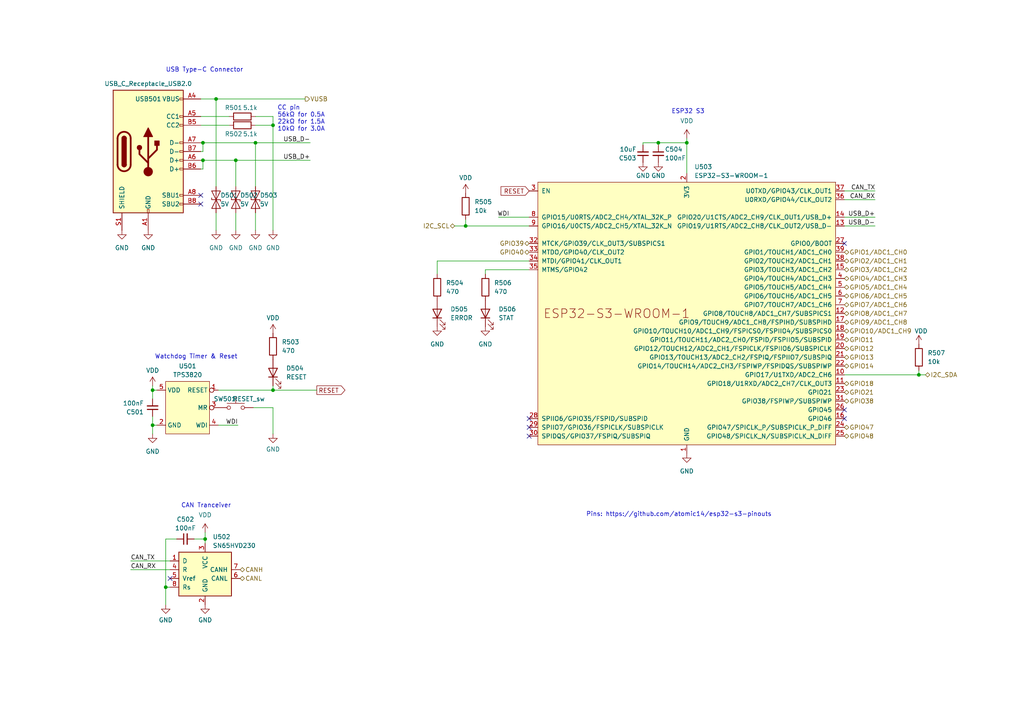
<source format=kicad_sch>
(kicad_sch (version 20231120) (generator "eeschema") (generator_version "8.0")
  (paper "A4")
  (lib_symbols
    (symbol "Connector:USB_C_Receptacle_USB2.0" (pin_names (offset 1.016))
      (property "Reference" "J" (at -10.16 19.05 0))
      (property "Value" "USB_C_Receptacle_USB2.0" (at 19.05 19.05 0))
      (symbol "USB_C_Receptacle_USB2.0_0_0"
        (rectangle (start -0.254 -17.78) (end 0.254 -16.764))
        (rectangle (start 10.16 -14.986) (end 9.144 -15.494))
        (rectangle (start 10.16 -12.446) (end 9.144 -12.954))
        (rectangle (start 10.16 -4.826) (end 9.144 -5.334))
        (rectangle (start 10.16 -2.286) (end 9.144 -2.794))
        (rectangle (start 10.16 0.254) (end 9.144 -0.254))
        (rectangle (start 10.16 2.794) (end 9.144 2.286))
        (rectangle (start 10.16 7.874) (end 9.144 7.366))
        (rectangle (start 10.16 10.414) (end 9.144 9.906))
        (rectangle (start 10.16 15.494) (end 9.144 14.986))
      )
      (symbol "USB_C_Receptacle_USB2.0_0_1"
        (rectangle (start -10.16 17.78) (end 10.16 -17.78) (stroke (width 0.254)) (fill (type background)))
        (arc (start -8.89 -3.81) (mid -6.985 -5.7067) (end -5.08 -3.81) (stroke (width 0.508)))
        (arc (start -7.62 -3.81) (mid -6.985 -4.4423) (end -6.35 -3.81) (stroke (width 0.254)))
        (arc (start -7.62 -3.81) (mid -6.985 -4.4423) (end -6.35 -3.81) (stroke (width 0.254)) (fill (type outline)))
        (rectangle (start -7.62 -3.81) (end -6.35 3.81) (stroke (width 0.254)) (fill (type outline)))
        (arc (start -6.35 3.81) (mid -6.985 4.4423) (end -7.62 3.81) (stroke (width 0.254)))
        (arc (start -6.35 3.81) (mid -6.985 4.4423) (end -7.62 3.81) (stroke (width 0.254)) (fill (type outline)))
        (arc (start -5.08 3.81) (mid -6.985 5.7067) (end -8.89 3.81) (stroke (width 0.508)))
        (circle (center -2.54 1.143) (radius 0.635) (stroke (width 0.254)) (fill (type outline)))
        (circle (center 0 -5.842) (radius 1.27) (fill (type outline)))
        (polyline (pts (xy -8.89 -3.81) (xy -8.89 3.81)) (stroke (width 0.508)))
        (polyline (pts (xy -5.08 3.81) (xy -5.08 -3.81)) (stroke (width 0.508)))
        (polyline (pts (xy 0 -5.842) (xy 0 4.318)) (stroke (width 0.508)))
        (polyline (pts (xy 0 -3.302) (xy -2.54 -0.762) (xy -2.54 0.508)) (stroke (width 0.508)))
        (polyline (pts (xy 0 -2.032) (xy 2.54 0.508) (xy 2.54 1.778)) (stroke (width 0.508)))
        (polyline (pts (xy -1.27 4.318) (xy 0 6.858) (xy 1.27 4.318) (xy -1.27 4.318)) (stroke (width 0.254)) (fill (type outline)))
        (rectangle (start 1.905 1.778) (end 3.175 3.048) (stroke (width 0.254)) (fill (type outline)))
      )
      (symbol "USB_C_Receptacle_USB2.0_1_1"
        (pin passive line (at 0 -22.86 90) (length 5.08) (name "GND") (number "A1"))
        (pin passive line (at 0 -22.86 90) (length 5.08) hide (name "GND") (number "A12"))
        (pin passive line (at 15.24 15.24 180) (length 5.08) (name "VBUS") (number "A4"))
        (pin bidirectional line (at 15.24 10.16 180) (length 5.08) (name "CC1") (number "A5"))
        (pin bidirectional line (at 15.24 -2.54 180) (length 5.08) (name "D+") (number "A6"))
        (pin bidirectional line (at 15.24 2.54 180) (length 5.08) (name "D-") (number "A7"))
        (pin bidirectional line (at 15.24 -12.7 180) (length 5.08) (name "SBU1") (number "A8"))
        (pin passive line (at 15.24 15.24 180) (length 5.08) hide (name "VBUS") (number "A9"))
        (pin passive line (at 0 -22.86 90) (length 5.08) hide (name "GND") (number "B1"))
        (pin passive line (at 0 -22.86 90) (length 5.08) hide (name "GND") (number "B12"))
        (pin passive line (at 15.24 15.24 180) (length 5.08) hide (name "VBUS") (number "B4"))
        (pin bidirectional line (at 15.24 7.62 180) (length 5.08) (name "CC2") (number "B5"))
        (pin bidirectional line (at 15.24 -5.08 180) (length 5.08) (name "D+") (number "B6"))
        (pin bidirectional line (at 15.24 0 180) (length 5.08) (name "D-") (number "B7"))
        (pin bidirectional line (at 15.24 -15.24 180) (length 5.08) (name "SBU2") (number "B8"))
        (pin passive line (at 15.24 15.24 180) (length 5.08) hide (name "VBUS") (number "B9"))
        (pin passive line (at -7.62 -22.86 90) (length 5.08) (name "SHIELD") (number "S1"))
      )
    )
    (symbol "Device:C_Small" (pin_numbers hide) (pin_names (offset 0.254) hide)
      (property "Reference" "C" (at 0.254 1.778 0))
      (property "Value" "C_Small" (at 0.254 -2.032 0))
      (symbol "C_Small_0_1"
        (polyline (pts (xy -1.524 -0.508) (xy 1.524 -0.508)) (stroke (width 0.3302)))
        (polyline (pts (xy -1.524 0.508) (xy 1.524 0.508)) (stroke (width 0.3048)))
      )
      (symbol "C_Small_1_1"
        (pin passive line (at 0 2.54 270) (length 2.032) (name "~") (number "1"))
        (pin passive line (at 0 -2.54 90) (length 2.032) (name "~") (number "2"))
      )
    )
    (symbol "Device:LED" (pin_numbers hide) (pin_names (offset 1.016) hide)
      (property "Reference" "D" (at 0 2.54 0))
      (property "Value" "LED" (at 0 -2.54 0))
      (symbol "LED_0_1"
        (polyline (pts (xy -1.27 -1.27) (xy -1.27 1.27)) (stroke (width 0.254)))
        (polyline (pts (xy -1.27 0) (xy 1.27 0)))
        (polyline (pts (xy 1.27 -1.27) (xy 1.27 1.27) (xy -1.27 0) (xy 1.27 -1.27)) (stroke (width 0.254)))
        (polyline (pts (xy -3.048 -0.762) (xy -4.572 -2.286) (xy -3.81 -2.286) (xy -4.572 -2.286) (xy -4.572 -1.524)))
        (polyline (pts (xy -1.778 -0.762) (xy -3.302 -2.286) (xy -2.54 -2.286) (xy -3.302 -2.286) (xy -3.302 -1.524)))
      )
      (symbol "LED_1_1"
        (pin passive line (at -3.81 0 0) (length 2.54) (name "K") (number "1"))
        (pin passive line (at 3.81 0 180) (length 2.54) (name "A") (number "2"))
      )
    )
    (symbol "Device:R" (pin_numbers hide) (pin_names (offset 0))
      (property "Reference" "R" (at 2.032 0 90))
      (property "Value" "R" (at 0 0 90))
      (symbol "R_0_1"
        (rectangle (start -1.016 -2.54) (end 1.016 2.54) (stroke (width 0.254)))
      )
      (symbol "R_1_1"
        (pin passive line (at 0 3.81 270) (length 1.27) (name "~") (number "1"))
        (pin passive line (at 0 -3.81 90) (length 1.27) (name "~") (number "2"))
      )
    )
    (symbol "Diode:ESD9B5.0ST5G" (pin_numbers hide) (pin_names (offset 1.016) hide)
      (property "Reference" "D" (at 0 2.54 0))
      (property "Value" "ESD9B5.0ST5G" (at 0 -2.54 0))
      (symbol "ESD9B5.0ST5G_0_1"
        (polyline (pts (xy 1.27 0) (xy -1.27 0)))
        (polyline (pts (xy -2.54 -1.27) (xy 0 0) (xy -2.54 1.27) (xy -2.54 -1.27)) (stroke (width 0.2032)))
        (polyline (pts (xy 0.508 1.27) (xy 0 1.27) (xy 0 -1.27) (xy -0.508 -1.27)) (stroke (width 0.2032)))
        (polyline (pts (xy 2.54 1.27) (xy 2.54 -1.27) (xy 0 0) (xy 2.54 1.27)) (stroke (width 0.2032)))
      )
      (symbol "ESD9B5.0ST5G_1_1"
        (pin passive line (at -3.81 0 0) (length 2.54) (name "A1") (number "1"))
        (pin passive line (at 3.81 0 180) (length 2.54) (name "A2") (number "2"))
      )
    )
    (symbol "Interface_CAN_LIN:SN65HVD230" (pin_names (offset 1.016))
      (property "Reference" "U" (at -2.54 10.16 0))
      (property "Value" "SN65HVD230" (at -2.54 7.62 0))
      (symbol "SN65HVD230_0_1"
        (rectangle (start -7.62 5.08) (end 7.62 -7.62) (stroke (width 0.254)) (fill (type background)))
      )
      (symbol "SN65HVD230_1_1"
        (pin input line (at -10.16 2.54 0) (length 2.54) (name "D") (number "1"))
        (pin power_in line (at 0 -10.16 90) (length 2.54) (name "GND") (number "2"))
        (pin power_in line (at 0 7.62 270) (length 2.54) (name "VCC") (number "3"))
        (pin output line (at -10.16 0 0) (length 2.54) (name "R") (number "4"))
        (pin output line (at -10.16 -2.54 0) (length 2.54) (name "Vref") (number "5"))
        (pin bidirectional line (at 10.16 -2.54 180) (length 2.54) (name "CANL") (number "6"))
        (pin bidirectional line (at 10.16 0 180) (length 2.54) (name "CANH") (number "7"))
        (pin input line (at -10.16 -5.08 0) (length 2.54) (name "Rs") (number "8"))
      )
    )
    (symbol "PCM_Espressif:ESP32-S3-WROOM-1" (pin_names (offset 1.016))
      (property "Reference" "U" (at -43.18 43.18 0))
      (property "Value" "ESP32-S3-WROOM-1" (at -43.18 40.64 0))
      (symbol "ESP32-S3-WROOM-1_0_0"
        (text "ESP32-S3-WROOM-1" (at -20.32 0 0) (effects (font (size 2.54 2.54))))
        (pin power_in line (at 0 -40.64 90) (length 2.54) (name "GND") (number "1"))
        (pin bidirectional line (at 45.72 -17.78 180) (length 2.54) (name "GPIO17/U1TXD/ADC2_CH6") (number "10"))
        (pin bidirectional line (at 45.72 -20.32 180) (length 2.54) (name "GPIO18/U1RXD/ADC2_CH7/CLK_OUT3") (number "11"))
        (pin bidirectional line (at 45.72 0 180) (length 2.54) (name "GPIO8/TOUCH8/ADC1_CH7/SUBSPICS1") (number "12"))
        (pin bidirectional line (at 45.72 25.4 180) (length 2.54) (name "GPIO19/U1RTS/ADC2_CH8/CLK_OUT2/USB_D-") (number "13"))
        (pin bidirectional line (at 45.72 27.94 180) (length 2.54) (name "GPIO20/U1CTS/ADC2_CH9/CLK_OUT1/USB_D+") (number "14"))
        (pin bidirectional line (at 45.72 12.7 180) (length 2.54) (name "GPIO3/TOUCH3/ADC1_CH2") (number "15"))
        (pin bidirectional line (at 45.72 -30.48 180) (length 2.54) (name "GPIO46") (number "16"))
        (pin bidirectional line (at 45.72 -2.54 180) (length 2.54) (name "GPIO9/TOUCH9/ADC1_CH8/FSPIHD/SUBSPIHD") (number "17"))
        (pin bidirectional line (at 45.72 -5.08 180) (length 2.54) (name "GPIO10/TOUCH10/ADC1_CH9/FSPICS0/FSPIIO4/SUBSPICS0") (number "18"))
        (pin bidirectional line (at 45.72 -7.62 180) (length 2.54) (name "GPIO11/TOUCH11/ADC2_CH0/FSPID/FSPIIO5/SUBSPID") (number "19"))
        (pin power_in line (at 0 40.64 270) (length 2.54) (name "3V3") (number "2"))
        (pin bidirectional line (at 45.72 -10.16 180) (length 2.54) (name "GPIO12/TOUCH12/ADC2_CH1/FSPICLK/FSPIIO6/SUBSPICLK") (number "20"))
        (pin bidirectional line (at 45.72 -12.7 180) (length 2.54) (name "GPIO13/TOUCH13/ADC2_CH2/FSPIQ/FSPIIO7/SUBSPIQ") (number "21"))
        (pin bidirectional line (at 45.72 -15.24 180) (length 2.54) (name "GPIO14/TOUCH14/ADC2_CH3/FSPIWP/FSPIDQS/SUBSPIWP") (number "22"))
        (pin bidirectional line (at 45.72 -22.86 180) (length 2.54) (name "GPIO21") (number "23"))
        (pin bidirectional line (at 45.72 -33.02 180) (length 2.54) (name "GPIO47/SPICLK_P/SUBSPICLK_P_DIFF") (number "24"))
        (pin bidirectional line (at 45.72 -35.56 180) (length 2.54) (name "GPIO48/SPICLK_N/SUBSPICLK_N_DIFF") (number "25"))
        (pin bidirectional line (at 45.72 -27.94 180) (length 2.54) (name "GPIO45") (number "26"))
        (pin bidirectional line (at 45.72 20.32 180) (length 2.54) (name "GPIO0/BOOT") (number "27"))
        (pin bidirectional line (at -45.72 -30.48 0) (length 2.54) (name "SPIIO6/GPIO35/FSPID/SUBSPID") (number "28"))
        (pin bidirectional line (at -45.72 -33.02 0) (length 2.54) (name "SPIIO7/GPIO36/FSPICLK/SUBSPICLK") (number "29"))
        (pin input line (at -45.72 35.56 0) (length 2.54) (name "EN") (number "3"))
        (pin bidirectional line (at -45.72 -35.56 0) (length 2.54) (name "SPIDQS/GPIO37/FSPIQ/SUBSPIQ") (number "30"))
        (pin bidirectional line (at 45.72 -25.4 180) (length 2.54) (name "GPIO38/FSPIWP/SUBSPIWP") (number "31"))
        (pin bidirectional line (at -45.72 20.32 0) (length 2.54) (name "MTCK/GPIO39/CLK_OUT3/SUBSPICS1") (number "32"))
        (pin bidirectional line (at -45.72 17.78 0) (length 2.54) (name "MTDO/GPIO40/CLK_OUT2") (number "33"))
        (pin bidirectional line (at -45.72 15.24 0) (length 2.54) (name "MTDI/GPIO41/CLK_OUT1") (number "34"))
        (pin bidirectional line (at -45.72 12.7 0) (length 2.54) (name "MTMS/GPIO42") (number "35"))
        (pin bidirectional line (at 45.72 33.02 180) (length 2.54) (name "U0RXD/GPIO44/CLK_OUT2") (number "36"))
        (pin bidirectional line (at 45.72 35.56 180) (length 2.54) (name "U0TXD/GPIO43/CLK_OUT1") (number "37"))
        (pin bidirectional line (at 45.72 15.24 180) (length 2.54) (name "GPIO2/TOUCH2/ADC1_CH1") (number "38"))
        (pin bidirectional line (at 45.72 17.78 180) (length 2.54) (name "GPIO1/TOUCH1/ADC1_CH0") (number "39"))
        (pin bidirectional line (at 45.72 10.16 180) (length 2.54) (name "GPIO4/TOUCH4/ADC1_CH3") (number "4"))
        (pin passive line (at 0 -40.64 90) (length 2.54) hide (name "GND") (number "40"))
        (pin passive line (at 0 -40.64 90) (length 2.54) hide (name "GND") (number "41"))
        (pin bidirectional line (at 45.72 7.62 180) (length 2.54) (name "GPIO5/TOUCH5/ADC1_CH4") (number "5"))
        (pin bidirectional line (at 45.72 5.08 180) (length 2.54) (name "GPIO6/TOUCH6/ADC1_CH5") (number "6"))
        (pin bidirectional line (at 45.72 2.54 180) (length 2.54) (name "GPIO7/TOUCH7/ADC1_CH6") (number "7"))
        (pin bidirectional line (at -45.72 27.94 0) (length 2.54) (name "GPIO15/U0RTS/ADC2_CH4/XTAL_32K_P") (number "8"))
        (pin bidirectional line (at -45.72 25.4 0) (length 2.54) (name "GPIO16/U0CTS/ADC2_CH5/XTAL_32K_N") (number "9"))
      )
      (symbol "ESP32-S3-WROOM-1_0_1"
        (rectangle (start -43.18 38.1) (end 43.18 -38.1) (fill (type background)))
      )
    )
    (symbol "Switch:SW_Push" (pin_numbers hide) (pin_names (offset 1.016) hide)
      (property "Reference" "SW" (at 1.27 2.54 0))
      (property "Value" "SW_Push" (at 0 -1.524 0))
      (symbol "SW_Push_0_1"
        (circle (center -2.032 0) (radius 0.508))
        (polyline (pts (xy 0 1.27) (xy 0 3.048)))
        (polyline (pts (xy 2.54 1.27) (xy -2.54 1.27)))
        (circle (center 2.032 0) (radius 0.508))
        (pin passive line (at -5.08 0 0) (length 2.54) (name "1") (number "1"))
        (pin passive line (at 5.08 0 180) (length 2.54) (name "2") (number "2"))
      )
    )
    (symbol "WOBCLibrary:TPS3820"
      (property "Reference" "U" (at 0 0 0))
      (property "Value" "TPS3820" (at 0 8.89 0))
      (symbol "TPS3820_1_1"
        (rectangle (start -6.35 7.62) (end 6.35 -7.62) (fill (type background)))
        (pin output inverted (at 8.89 5.08 180) (length 2.54) (name "RESET") (number "1"))
        (pin power_in line (at -8.89 -5.08 0) (length 2.54) (name "GND") (number "2"))
        (pin input inverted (at 8.89 0 180) (length 2.54) (name "MR") (number "3"))
        (pin input line (at 8.89 -5.08 180) (length 2.54) (name "WDI") (number "4"))
        (pin power_in line (at -8.89 5.08 0) (length 2.54) (name "VDD") (number "5"))
      )
    )
    (symbol "power:GND" (power) (pin_names (offset 0))
      (property "Value" "GND" (at 0 -3.81 0))
      (symbol "GND_0_1"
        (polyline (pts (xy 0 0) (xy 0 -1.27) (xy 1.27 -1.27) (xy 0 -2.54) (xy -1.27 -1.27) (xy 0 -1.27)))
      )
      (symbol "GND_1_1"
        (pin power_in line (at 0 0 270) (length 0) hide (name "GND") (number "1"))
      )
    )
    (symbol "power:VDD" (power) (pin_names (offset 0))
      (property "Value" "VDD" (at 0 3.81 0))
      (symbol "VDD_0_1"
        (polyline (pts (xy -0.762 1.27) (xy 0 2.54)))
        (polyline (pts (xy 0 0) (xy 0 2.54)))
        (polyline (pts (xy 0 2.54) (xy 0.762 1.27)))
      )
      (symbol "VDD_1_1"
        (pin power_in line (at 0 0 90) (length 0) hide (name "VDD") (number "1"))
      )
    )
  )
  (junction (at 190.9417 41.4079))
  (junction (at 58.8617 41.4079))
  (junction (at 135.0617 65.5379))
  (junction (at 59.4967 156.3429))
  (junction (at 68.3867 46.4879))
  (junction (at 48.0667 170.3129))
  (junction (at 74.1017 41.4079))
  (junction (at 79.1817 113.1629))
  (junction (at 199.1967 41.4079))
  (junction (at 62.6717 28.7079))
  (junction (at 44.2567 113.1629))
  (junction (at 44.2567 123.3229))
  (junction (at 266.5067 108.7179))
  (junction (at 79.1817 36.3279))
  (junction (at 58.8617 46.4879))
  (no_connect (at 244.9167 118.8779))
  (no_connect (at 244.9167 70.6179))
  (no_connect (at 153.4767 126.4979))
  (no_connect (at 244.9167 121.4179))
  (no_connect (at 58.2267 59.1879))
  (no_connect (at 49.3367 167.7729))
  (no_connect (at 153.4767 123.9579))
  (no_connect (at 153.4767 121.4179))
  (no_connect (at 58.2267 56.6479))
  (wire (pts (xy 59.4967 154.4379) (xy 59.4967 156.3429)))
  (wire (pts (xy 79.1817 33.7879) (xy 79.1817 36.3279)))
  (wire (pts (xy 73.4667 118.2429) (xy 79.1817 118.2429)))
  (wire (pts (xy 58.2267 41.4079) (xy 58.8617 41.4079)))
  (wire (pts (xy 268.4117 108.7179) (xy 266.5067 108.7179)))
  (wire (pts (xy 74.1017 41.4079) (xy 89.9767 41.4079)))
  (wire (pts (xy 266.5067 107.4479) (xy 266.5067 108.7179)))
  (wire (pts (xy 140.7767 78.2379) (xy 153.4767 78.2379)))
  (wire (pts (xy 37.9067 162.6929) (xy 49.3367 162.6929)))
  (wire (pts (xy 91.8817 113.1629) (xy 79.1817 113.1629)))
  (wire (pts (xy 62.6717 66.8079) (xy 62.6717 61.7279)))
  (wire (pts (xy 48.0667 170.3129) (xy 49.3367 170.3129)))
  (wire (pts (xy 199.1967 41.4079) (xy 190.9417 41.4079)))
  (wire (pts (xy 44.2567 123.3229) (xy 45.5267 123.3229)))
  (wire (pts (xy 58.2267 49.0279) (xy 58.8617 49.0279)))
  (wire (pts (xy 58.8617 41.4079) (xy 74.1017 41.4079)))
  (wire (pts (xy 66.4817 36.3279) (xy 58.2267 36.3279)))
  (wire (pts (xy 44.2567 113.1629) (xy 45.5267 113.1629)))
  (wire (pts (xy 62.6717 28.7079) (xy 88.5089 28.7079)))
  (wire (pts (xy 135.0617 65.5379) (xy 153.4767 65.5379)))
  (wire (pts (xy 68.3867 66.8079) (xy 68.3867 61.7279)))
  (wire (pts (xy 140.7767 79.5079) (xy 140.7767 78.2379)))
  (wire (pts (xy 186.4967 41.4079) (xy 190.9417 41.4079)))
  (wire (pts (xy 62.6717 28.7079) (xy 58.2267 28.7079)))
  (wire (pts (xy 56.3217 156.3429) (xy 59.4967 156.3429)))
  (wire (pts (xy 58.8617 43.9479) (xy 58.8617 41.4079)))
  (wire (pts (xy 44.2567 111.8929) (xy 44.2567 113.1629)))
  (wire (pts (xy 44.2567 120.7829) (xy 44.2567 123.3229)))
  (wire (pts (xy 135.0617 63.6329) (xy 135.0617 65.5379)))
  (wire (pts (xy 48.0667 170.3129) (xy 48.0667 156.3429)))
  (wire (pts (xy 126.8067 75.6979) (xy 126.8067 79.5079)))
  (wire (pts (xy 58.2267 43.9479) (xy 58.8617 43.9479)))
  (wire (pts (xy 58.8617 49.0279) (xy 58.8617 46.4879)))
  (wire (pts (xy 44.2567 125.8629) (xy 44.2567 123.3229)))
  (wire (pts (xy 62.6717 28.7079) (xy 62.6717 54.1079)))
  (wire (pts (xy 69.0217 123.3229) (xy 63.3067 123.3229)))
  (wire (pts (xy 74.1017 33.7879) (xy 79.1817 33.7879)))
  (wire (pts (xy 68.3867 46.4879) (xy 58.8617 46.4879)))
  (wire (pts (xy 79.1817 36.3279) (xy 79.1817 66.8079)))
  (wire (pts (xy 131.8867 65.5379) (xy 135.0617 65.5379)))
  (wire (pts (xy 48.0667 156.3429) (xy 51.2417 156.3429)))
  (wire (pts (xy 37.9067 165.2329) (xy 49.3367 165.2329)))
  (wire (pts (xy 59.4967 156.3429) (xy 59.4967 157.6129)))
  (wire (pts (xy 186.4967 42.0429) (xy 186.4967 41.4079)))
  (wire (pts (xy 48.0667 175.3929) (xy 48.0667 170.3129)))
  (wire (pts (xy 79.1817 118.2429) (xy 79.1817 125.8629)))
  (wire (pts (xy 68.3867 46.4879) (xy 68.3867 54.1079)))
  (wire (pts (xy 199.1967 40.1379) (xy 199.1967 41.4079)))
  (wire (pts (xy 266.5067 108.7179) (xy 244.9167 108.7179)))
  (wire (pts (xy 253.8067 57.9179) (xy 244.9167 57.9179)))
  (wire (pts (xy 144.5867 62.9979) (xy 153.4767 62.9979)))
  (wire (pts (xy 126.8067 75.6979) (xy 153.4767 75.6979)))
  (wire (pts (xy 244.9167 55.3779) (xy 253.8067 55.3779)))
  (wire (pts (xy 66.4817 33.7879) (xy 58.2267 33.7879)))
  (wire (pts (xy 199.1967 41.4079) (xy 199.1967 50.2979)))
  (wire (pts (xy 253.8067 65.5379) (xy 244.9167 65.5379)))
  (wire (pts (xy 190.9417 41.4079) (xy 190.9417 42.0429)))
  (wire (pts (xy 79.1817 111.8929) (xy 79.1817 113.1629)))
  (wire (pts (xy 253.8067 62.9979) (xy 244.9167 62.9979)))
  (wire (pts (xy 74.1017 41.4079) (xy 74.1017 54.1079)))
  (wire (pts (xy 44.2567 113.1629) (xy 44.2567 115.7029)))
  (wire (pts (xy 58.8617 46.4879) (xy 58.2267 46.4879)))
  (wire (pts (xy 74.1017 36.3279) (xy 79.1817 36.3279)))
  (wire (pts (xy 89.9767 46.4879) (xy 68.3867 46.4879)))
  (wire (pts (xy 74.1017 66.8079) (xy 74.1017 61.7279)))
  (wire (pts (xy 79.1817 113.1629) (xy 63.3067 113.1629)))
  (text "USB Type-C Connector" (at 48.0667 21.0879 0) (effects (font (size 1.27 1.27)) (justify left bottom)))
  (text "CC pin\n56kΩ for 0.5A\n22kΩ for 1.5A\n10kΩ for 3.0A" (at 80.4517 38.2329 0) (effects (font (size 1.27 1.27)) (justify left bottom)))
  (text "Watchdog Timer & Reset" (at 44.8917 104.2729 0) (effects (font (size 1.27 1.27)) (justify left bottom)))
  (text "ESP32 S3" (at 194.7517 33.1529 0) (effects (font (size 1.27 1.27)) (justify left bottom)))
  (text "Pins: https://github.com/atomic14/esp32-s3-pinouts" (at 169.9867 149.9929 0) (effects (font (size 1.27 1.27)) (justify left bottom)))
  (text "CAN Tranceiver" (at 52.5117 147.4529 0) (effects (font (size 1.27 1.27)) (justify left bottom)))
  (label "CAN_RX" (at 37.9067 165.2329 0))
  (label "CAN_TX" (at 37.9067 162.6929 0))
  (label "USB_D-" (at 253.8067 65.5379 180))
  (label "WDI" (at 147.7617 62.9979 180))
  (label "CAN_RX" (at 253.8067 57.9179 180))
  (label "CAN_TX" (at 246.8217 55.3779 0))
  (label "USB_D-" (at 89.9767 41.4079 180))
  (label "USB_D+" (at 253.8067 62.9979 180))
  (label "USB_D+" (at 89.9767 46.4879 180))
  (label "WDI" (at 69.0217 123.3229 180))
  (global_label "RESET" (shape output) (at 91.8817 113.1629 0) (property "Intersheetrefs" "${INTERSHEET_REFS}" (effects (hide yes))))
  (global_label "RESET" (shape input) (at 153.4767 55.3779 180) (property "Intersheetrefs" "${INTERSHEET_REFS}" (effects (hide yes))))
  (hierarchical_label "GPIO6{slash}ADC1_CH5" (shape bidirectional) (at 244.9167 85.8579 0))
  (hierarchical_label "CANL" (shape bidirectional) (at 69.6567 167.7729 0))
  (hierarchical_label "GPIO4{slash}ADC1_CH3" (shape bidirectional) (at 244.9167 80.7779 0))
  (hierarchical_label "GPIO8{slash}ADC1_CH7" (shape bidirectional) (at 244.9167 90.9379 0))
  (hierarchical_label "GPIO47" (shape bidirectional) (at 244.9167 123.9579 0))
  (hierarchical_label "GPIO21" (shape bidirectional) (at 244.9167 113.7979 0))
  (hierarchical_label "GPIO1{slash}ADC1_CH0" (shape bidirectional) (at 244.9167 73.1579 0))
  (hierarchical_label "GPIO18" (shape bidirectional) (at 244.9167 111.2579 0))
  (hierarchical_label "GPIO11" (shape bidirectional) (at 244.9167 98.5579 0))
  (hierarchical_label "I2C_SCL" (shape bidirectional) (at 131.8867 65.5379 180))
  (hierarchical_label "GPIO48" (shape bidirectional) (at 244.9167 126.4979 0))
  (hierarchical_label "I2C_SDA" (shape bidirectional) (at 268.4117 108.7179 0))
  (hierarchical_label "CANH" (shape bidirectional) (at 69.6567 165.2329 0))
  (hierarchical_label "GPIO39" (shape bidirectional) (at 153.4767 70.6179 180))
  (hierarchical_label "GPIO14" (shape bidirectional) (at 244.9167 106.1779 0))
  (hierarchical_label "GPIO12" (shape bidirectional) (at 244.9167 101.0979 0))
  (hierarchical_label "GPIO5{slash}ADC1_CH4" (shape bidirectional) (at 244.9167 83.3179 0))
  (hierarchical_label "GPIO7{slash}ADC1_CH6" (shape bidirectional) (at 244.9167 88.3979 0))
  (hierarchical_label "GPIO10{slash}ADC1_CH9" (shape bidirectional) (at 244.9167 96.0179 0))
  (hierarchical_label "VUSB" (shape output) (at 88.5089 28.7079 0))
  (hierarchical_label "GPIO40" (shape bidirectional) (at 153.4767 73.1579 180))
  (hierarchical_label "GPIO38" (shape bidirectional) (at 244.9167 116.3379 0))
  (hierarchical_label "GPIO2{slash}ADC1_CH1" (shape bidirectional) (at 244.9167 75.6979 0))
  (hierarchical_label "GPIO13" (shape bidirectional) (at 244.9167 103.6379 0))
  (hierarchical_label "GPIO9{slash}ADC1_CH8" (shape bidirectional) (at 244.9167 93.4779 0))
  (hierarchical_label "GPIO3{slash}ADC1_CH2" (shape bidirectional) (at 244.9167 78.2379 0))
  (symbol (lib_id "power:GND") (at 190.9417 47.1229 0) (unit 1)
    (property "Reference" "#PWR0518" (effects (hide yes)))
    (property "Value" "GND" (at 190.9417 50.9329 0))
  )
  (symbol (lib_id "power:GND") (at 59.4967 175.3929 0) (unit 1)
    (property "Reference" "#PWR0507" (effects (hide yes)))
    (property "Value" "GND" (at 59.4967 179.8379 0))
  )
  (symbol (lib_id "Device:R") (at 126.8067 83.3179 0) (unit 1)
    (property "Reference" "R504" (at 129.3467 82.0479 0) (effects (justify left)))
    (property "Value" "470" (at 129.3467 84.5879 0) (effects (justify left)))
    (property "Footprint" "Resistor_SMD:R_0402_1005Metric" (effects (hide yes)))
    (property "LCSC" "C25117" (effects (hide yes)))
  )
  (symbol (lib_id "Device:C_Small") (at 190.9417 44.5829 0) (unit 1)
    (property "Reference" "C504" (at 192.8467 43.3129 0) (effects (justify left)))
    (property "Value" "100nF" (at 192.8467 45.8529 0) (effects (justify left)))
    (property "Footprint" "Capacitor_SMD:C_0402_1005Metric" (effects (hide yes)))
    (property "LCSC" "C1525" (effects (hide yes)))
  )
  (symbol (lib_id "Device:R") (at 70.2917 33.7879 90) (unit 1)
    (property "Reference" "R501" (at 67.7517 31.2479 90))
    (property "Value" "5.1k" (at 72.5777 31.2479 90))
    (property "Footprint" "Resistor_SMD:R_0402_1005Metric" (effects (hide yes)))
    (property "LCSC" "C25905" (effects (hide yes)))
  )
  (symbol (lib_id "Device:LED") (at 79.1817 108.0829 90) (unit 1)
    (property "Reference" "D504" (at 82.9917 106.8129 90) (effects (justify right)))
    (property "Value" "RESET" (at 82.9917 109.3529 90) (effects (justify right)))
    (property "Footprint" "LED_SMD:LED_0805_2012Metric" (effects (hide yes)))
    (property "LCSC" "C2296" (effects (hide yes)))
  )
  (symbol (lib_id "power:GND") (at 79.1817 66.8079 0) (unit 1)
    (property "Reference" "#PWR0511" (effects (hide yes)))
    (property "Value" "GND" (at 79.1817 71.8879 0))
  )
  (symbol (lib_id "Device:R") (at 266.5067 103.6379 0) (unit 1)
    (property "Reference" "R507" (at 269.0467 102.3679 0) (effects (justify left)))
    (property "Value" "10k" (at 269.0467 104.9079 0) (effects (justify left)))
    (property "Footprint" "Resistor_SMD:R_0402_1005Metric" (effects (hide yes)))
    (property "LCSC" "C25744" (effects (hide yes)))
  )
  (symbol (lib_id "power:VDD") (at 79.1817 96.6529 0) (unit 1)
    (property "Reference" "#PWR0512" (effects (hide yes)))
    (property "Value" "VDD" (at 79.1817 92.2079 0))
  )
  (symbol (lib_id "power:GND") (at 42.9867 66.8079 0) (unit 1)
    (property "Reference" "#PWR0502" (effects (hide yes)))
    (property "Value" "GND" (at 42.9867 71.8879 0))
  )
  (symbol (lib_id "power:VDD") (at 59.4967 154.4379 0) (unit 1)
    (property "Reference" "#PWR0506" (effects (hide yes)))
    (property "Value" "VDD" (at 59.4967 149.3579 0))
  )
  (symbol (lib_id "power:GND") (at 62.6717 66.8079 0) (unit 1)
    (property "Reference" "#PWR0508" (effects (hide yes)))
    (property "Value" "GND" (at 62.6717 71.8879 0))
  )
  (symbol (lib_id "power:GND") (at 68.3867 66.8079 0) (unit 1)
    (property "Reference" "#PWR0509" (effects (hide yes)))
    (property "Value" "GND" (at 68.3867 71.8879 0))
  )
  (symbol (lib_id "WOBCLibrary:TPS3820") (at 54.4167 118.2429 0) (unit 1)
    (property "Reference" "U501" (at 54.4167 106.1779 0))
    (property "Value" "TPS3820" (at 54.4167 108.7179 0))
    (property "Footprint" "PCM_Package_TO_SOT_SMD_AKL:SOT-23-5" (effects (hide yes)))
    (property "LCSC" "C7719" (effects (hide yes)))
  )
  (symbol (lib_id "Diode:ESD9B5.0ST5G") (at 74.1017 57.9179 90) (unit 1)
    (property "Reference" "D503" (at 75.3717 56.6479 90) (effects (justify right)))
    (property "Value" "5V" (at 75.3717 59.1879 90) (effects (justify right)))
    (property "Footprint" "Diode_SMD:D_SOD-882" (effects (hide yes)))
    (property "Datasheet" "https://www.onsemi.com/pub/Collateral/ESD9B-D.PDF" (effects (hide yes)))
    (property "LCSC" "C7420372" (effects (hide yes)))
  )
  (symbol (lib_id "power:GND") (at 44.2567 125.8629 0) (unit 1)
    (property "Reference" "#PWR0504" (effects (hide yes)))
    (property "Value" "GND" (at 44.2567 130.9429 0))
  )
  (symbol (lib_id "power:GND") (at 199.1967 131.5779 0) (unit 1)
    (property "Reference" "#PWR0520" (effects (hide yes)))
    (property "Value" "GND" (at 199.1967 136.6579 0))
  )
  (symbol (lib_id "Device:LED") (at 126.8067 90.9379 90) (unit 1)
    (property "Reference" "D505" (at 130.6167 89.6679 90) (effects (justify right)))
    (property "Value" "ERROR" (at 130.6167 92.2079 90) (effects (justify right)))
    (property "Footprint" "LED_SMD:LED_0805_2012Metric" (effects (hide yes)))
    (property "LCSC" "C84256" (effects (hide yes)))
  )
  (symbol (lib_id "Device:R") (at 135.0617 59.8229 0) (unit 1)
    (property "Reference" "R505" (at 137.6017 58.5529 0) (effects (justify left)))
    (property "Value" "10k" (at 137.6017 61.0929 0) (effects (justify left)))
    (property "Footprint" "Resistor_SMD:R_0402_1005Metric" (effects (hide yes)))
    (property "LCSC" "C25744" (effects (hide yes)))
  )
  (symbol (lib_id "Diode:ESD9B5.0ST5G") (at 68.3867 57.9179 90) (unit 1)
    (property "Reference" "D502" (at 69.6567 56.6479 90) (effects (justify right)))
    (property "Value" "5V" (at 69.6567 59.1879 90) (effects (justify right)))
    (property "Footprint" "Diode_SMD:D_SOD-882" (effects (hide yes)))
    (property "Datasheet" "https://www.onsemi.com/pub/Collateral/ESD9B-D.PDF" (effects (hide yes)))
    (property "LCSC" "C7420372" (effects (hide yes)))
  )
  (symbol (lib_id "Device:R") (at 79.1817 100.4629 0) (unit 1)
    (property "Reference" "R503" (at 81.7217 99.1929 0) (effects (justify left)))
    (property "Value" "470" (at 81.7217 101.7329 0) (effects (justify left)))
    (property "Footprint" "Resistor_SMD:R_0402_1005Metric" (effects (hide yes)))
    (property "LCSC" "C25117" (effects (hide yes)))
  )
  (symbol (lib_id "Switch:SW_Push") (at 68.3867 118.2429 0) (unit 1)
    (property "Reference" "SW501" (at 65.2117 115.7029 0))
    (property "Value" "RESET_sw" (at 72.1967 115.7029 0))
    (property "Footprint" "WOBCLibrary:TVAF06-A020B-R" (effects (hide yes)))
  )
  (symbol (lib_id "Connector:USB_C_Receptacle_USB2.0") (at 42.9867 43.9479 0) (unit 1)
    (property "Reference" "USB501" (at 42.9867 28.7079 0))
    (property "Value" "USB_C_Receptacle_USB2.0" (at 42.9867 24.2629 0))
    (property "Footprint" "WOBCLibrary:USB_C_TYPEC-301S-ACP16X7" (effects (hide yes)))
    (property "Datasheet" "https://www.usb.org/sites/default/files/documents/usb_type-c.zip" (effects (hide yes)))
    (property "LCSC" "C2856766" (effects (hide yes)))
  )
  (symbol (lib_id "Device:R") (at 70.2917 36.3279 90) (unit 1)
    (property "Reference" "R502" (at 67.7517 38.8679 90))
    (property "Value" "5.1k" (at 72.5777 38.8679 90))
    (property "Footprint" "Resistor_SMD:R_0402_1005Metric" (effects (hide yes)))
    (property "LCSC" "C25905" (effects (hide yes)))
  )
  (symbol (lib_id "power:GND") (at 74.1017 66.8079 0) (unit 1)
    (property "Reference" "#PWR0510" (effects (hide yes)))
    (property "Value" "GND" (at 74.1017 71.8879 0))
  )
  (symbol (lib_id "power:GND") (at 35.3667 66.8079 0) (unit 1)
    (property "Reference" "#PWR0501" (effects (hide yes)))
    (property "Value" "GND" (at 35.3667 71.8879 0))
  )
  (symbol (lib_id "power:VDD") (at 135.0617 56.0129 0) (unit 1)
    (property "Reference" "#PWR0515" (effects (hide yes)))
    (property "Value" "VDD" (at 135.0617 51.5679 0))
  )
  (symbol (lib_id "power:GND") (at 79.1817 125.8629 0) (unit 1)
    (property "Reference" "#PWR0513" (effects (hide yes)))
    (property "Value" "GND" (at 79.1817 130.3079 0))
  )
  (symbol (lib_id "power:GND") (at 126.8067 94.7479 0) (unit 1)
    (property "Reference" "#PWR0514" (effects (hide yes)))
    (property "Value" "GND" (at 126.8067 99.8279 0))
  )
  (symbol (lib_id "power:VDD") (at 44.2567 111.8929 0) (unit 1)
    (property "Reference" "#PWR0503" (effects (hide yes)))
    (property "Value" "VDD" (at 44.2567 107.4479 0))
  )
  (symbol (lib_id "PCM_Espressif:ESP32-S3-WROOM-1") (at 199.1967 90.9379 0) (unit 1)
    (property "Reference" "U503" (at 201.3908 48.3929 0) (effects (justify left)))
    (property "Value" "ESP32-S3-WROOM-1" (at 201.3908 50.9329 0) (effects (justify left)))
    (property "Footprint" "RF_Module:ESP32-S3-WROOM-1" (effects (hide yes)))
    (property "Datasheet" "https://www.espressif.com/sites/default/files/documentation/esp32-s3-wroom-1_wroom-1u_datasheet_en.pdf" (effects (hide yes)))
  )
  (symbol (lib_id "Device:C_Small") (at 44.2567 118.2429 180) (unit 1)
    (property "Reference" "C501" (at 41.7167 119.5066 0) (effects (justify left)))
    (property "Value" "100nF" (at 41.7167 116.9666 0) (effects (justify left)))
    (property "Footprint" "Capacitor_SMD:C_0402_1005Metric" (effects (hide yes)))
    (property "LCSC" "C1525" (effects (hide yes)))
  )
  (symbol (lib_id "Interface_CAN_LIN:SN65HVD230") (at 59.4967 165.2329 0) (unit 1)
    (property "Reference" "U502" (at 61.6908 155.7079 0) (effects (justify left)))
    (property "Value" "SN65HVD230" (at 61.6908 158.2479 0) (effects (justify left)))
    (property "Footprint" "Package_SO:SOIC-8_3.9x4.9mm_P1.27mm" (effects (hide yes)))
    (property "Datasheet" "http://www.ti.com/lit/ds/symlink/sn65hvd230.pdf" (effects (hide yes)))
    (property "LCSC" "C12084" (effects (hide yes)))
  )
  (symbol (lib_id "power:GND") (at 186.4967 47.1229 0) (unit 1)
    (property "Reference" "#PWR0517" (effects (hide yes)))
    (property "Value" "GND" (at 186.4967 50.9329 0))
  )
  (symbol (lib_id "Device:C_Small") (at 53.7817 156.3429 90) (unit 1)
    (property "Reference" "C502" (at 53.7817 150.6279 90))
    (property "Value" "100nF" (at 53.7817 153.1679 90))
    (property "Footprint" "Capacitor_SMD:C_0402_1005Metric" (effects (hide yes)))
    (property "LCSC" "C1525" (effects (hide yes)))
  )
  (symbol (lib_id "Device:R") (at 140.7767 83.3179 0) (unit 1)
    (property "Reference" "R506" (at 143.3167 82.0479 0) (effects (justify left)))
    (property "Value" "470" (at 143.3167 84.5879 0) (effects (justify left)))
    (property "Footprint" "Resistor_SMD:R_0402_1005Metric" (effects (hide yes)))
    (property "LCSC" "C25117" (effects (hide yes)))
  )
  (symbol (lib_id "Device:C_Small") (at 186.4967 44.5829 180) (unit 1)
    (property "Reference" "C503" (at 184.5917 45.8529 0) (effects (justify left)))
    (property "Value" "10uF" (at 184.5917 43.3129 0) (effects (justify left)))
    (property "Footprint" "Capacitor_SMD:C_0603_1608Metric" (effects (hide yes)))
    (property "LCSC" "C96446" (effects (hide yes)))
  )
  (symbol (lib_id "power:GND") (at 48.0667 175.3929 0) (unit 1)
    (property "Reference" "#PWR0505" (effects (hide yes)))
    (property "Value" "GND" (at 48.0667 179.8379 0))
  )
  (symbol (lib_id "Diode:ESD9B5.0ST5G") (at 62.6717 57.9179 90) (unit 1)
    (property "Reference" "D501" (at 63.9417 56.6479 90) (effects (justify right)))
    (property "Value" "5V" (at 63.9417 59.1879 90) (effects (justify right)))
    (property "Footprint" "Diode_SMD:D_SOD-882" (effects (hide yes)))
    (property "Datasheet" "https://www.onsemi.com/pub/Collateral/ESD9B-D.PDF" (effects (hide yes)))
    (property "LCSC" "C7420372" (effects (hide yes)))
  )
  (symbol (lib_id "power:VDD") (at 199.1967 40.1379 0) (unit 1)
    (property "Reference" "#PWR0519" (effects (hide yes)))
    (property "Value" "VDD" (at 199.1967 35.0579 0))
  )
  (symbol (lib_id "power:GND") (at 140.7767 94.7479 0) (unit 1)
    (property "Reference" "#PWR0516" (effects (hide yes)))
    (property "Value" "GND" (at 140.7767 99.8279 0))
  )
  (symbol (lib_id "power:VDD") (at 266.5067 99.8279 0) (unit 1)
    (property "Reference" "#PWR0521" (effects (hide yes)))
    (property "Value" "VDD" (at 267.1417 96.0179 0))
  )
  (symbol (lib_id "Device:LED") (at 140.7767 90.9379 90) (unit 1)
    (property "Reference" "D506" (at 144.5867 89.6679 90) (effects (justify right)))
    (property "Value" "STAT" (at 144.5867 92.2079 90) (effects (justify right)))
    (property "Footprint" "LED_SMD:LED_0805_2012Metric" (effects (hide yes)))
    (property "LCSC" "C2297" (effects (hide yes)))
  )
)
</source>
